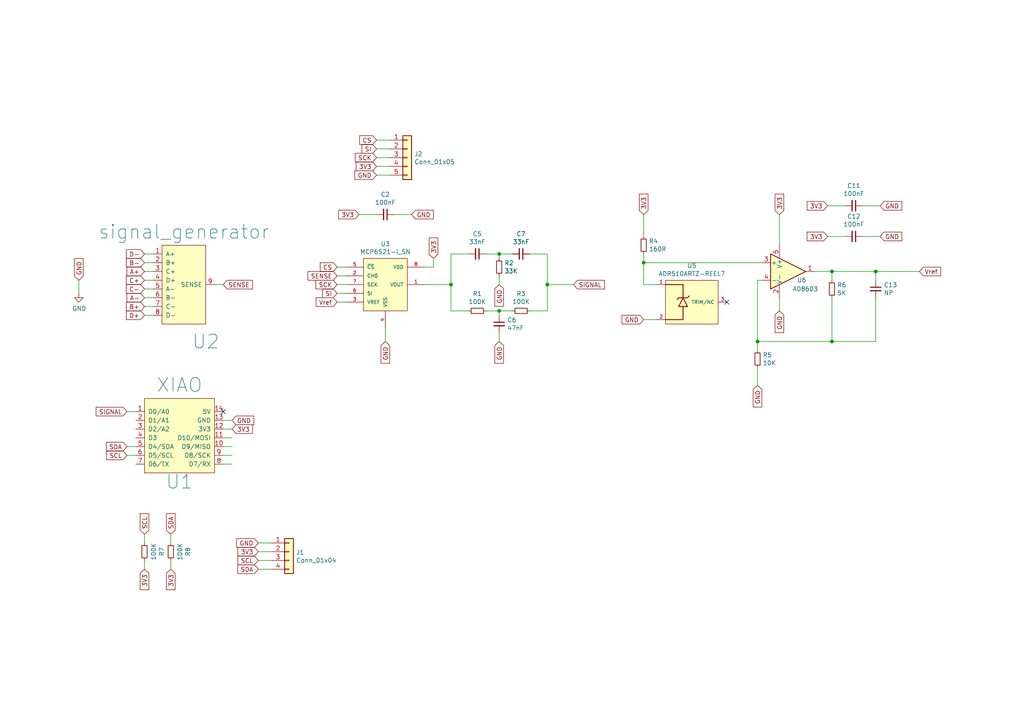
<source format=kicad_sch>
(kicad_sch (version 20250114) (generator "eeschema") (generator_version "9.0")
  (paper "A4")
  (lib_symbols
    (symbol "00_CAL:ADR510ARTZ-REEL7" (pin_names (offset 1.016))
      (property "Reference" "U" (at 6.35 7.112 0))
      (property "Value" "ADR510ARTZ-REEL7" (at -10.16 -8.89 0))
      (symbol "ADR510ARTZ-REEL7_0_0"
        (rectangle (start -7.62 6.35) (end 7.62 -6.35) (stroke (width 0.1524)) (fill (type background)))
        (polyline (pts (xy -3.81 1.27) (xy -4.318 0.762)) (stroke (width 0.254)))
        (polyline (pts (xy -3.81 1.27) (xy -2.54 1.27)) (stroke (width 0.254)))
        (polyline (pts (xy -3.81 -1.27) (xy -2.54 -1.27)) (stroke (width 0.254)))
        (polyline (pts (xy -2.54 5.08) (xy -7.62 5.08)) (stroke (width 0.254)))
        (polyline (pts (xy -2.54 1.27) (xy -3.81 -1.27)) (stroke (width 0.254)))
        (polyline (pts (xy -2.54 1.27) (xy -2.54 5.08)) (stroke (width 0.254)))
        (polyline (pts (xy -2.54 1.27) (xy -1.27 1.27)) (stroke (width 0.254)))
        (polyline (pts (xy -2.54 -1.27) (xy -2.54 -5.08)) (stroke (width 0.254)))
        (polyline (pts (xy -2.54 -1.27) (xy -1.27 -1.27)) (stroke (width 0.254)))
        (polyline (pts (xy -2.54 -5.08) (xy -7.62 -5.08)) (stroke (width 0.254)))
        (polyline (pts (xy -1.27 1.27) (xy -0.762 1.778)) (stroke (width 0.254)))
        (polyline (pts (xy -1.27 -1.27) (xy -2.54 1.27)) (stroke (width 0.254)))
        (pin passive line (at -10.16 5.08 0) (length 2.54) (name "~") (number "1"))
        (pin passive line (at -10.16 -5.08 0) (length 2.54) (name "~") (number "2"))
        (pin passive line (at 10.16 0 180) (length 2.54) (name "TRIM/NC") (number "3"))
      )
    )
    (symbol "00_CAL:MCP6S21-I_SN" (pin_names (offset 1.016))
      (property "Reference" "U" (at 5.08 -10.4394 0))
      (property "Value" "MCP6S21-I_SN" (at -7.62 8.89 0))
      (symbol "MCP6S21-I_SN_0_0"
        (pin input line (at -11.43 5.08 0) (length 5.08) (name "~{CS}") (number "5"))
        (pin input line (at -11.43 2.54 0) (length 5.08) (name "CH0") (number "2"))
        (pin input line (at -11.43 0 0) (length 5.08) (name "SCK") (number "7"))
        (pin input line (at -11.43 -2.54 0) (length 5.08) (name "SI") (number "6"))
        (pin input line (at -11.43 -5.08 0) (length 5.08) (name "VREF") (number "3"))
        (pin power_in line (at 0 -12.7 90) (length 5.08) (name "VSS") (number "4"))
        (pin power_in line (at 11.43 5.08 180) (length 5.08) (name "VDD") (number "8"))
        (pin output line (at 11.43 0 180) (length 5.08) (name "VOUT") (number "1"))
      )
      (symbol "MCP6S21-I_SN_1_1"
        (rectangle (start -6.35 7.62) (end 6.35 -7.62) (fill (type background)))
      )
    )
    (symbol "00_CAL:XIAO" (pin_names (offset 1.016))
      (property "Reference" "U" (at 8.89 -13.97 0))
      (property "Value" "XIAO" (at 0 13.97 0))
      (symbol "XIAO_0_1"
        (rectangle (start -10.16 11.43) (end 10.16 -10.16) (fill (type background)))
      )
      (symbol "XIAO_1_1"
        (pin input line (at -12.7 7.62 0) (length 2.54) (name "D0/A0") (number "1"))
        (pin input line (at -12.7 5.08 0) (length 2.54) (name "D1/A1") (number "2"))
        (pin input line (at -12.7 2.54 0) (length 2.54) (name "D2/A2") (number "3"))
        (pin input line (at -12.7 0 0) (length 2.54) (name "D3") (number "4"))
        (pin input line (at -12.7 -2.54 0) (length 2.54) (name "D4/SDA") (number "5"))
        (pin input line (at -12.7 -5.08 0) (length 2.54) (name "D5/SCL") (number "6"))
        (pin input line (at -12.7 -7.62 0) (length 2.54) (name "D6/TX") (number "7"))
        (pin input line (at 12.7 7.62 180) (length 2.54) (name "5V") (number "14"))
        (pin input line (at 12.7 5.08 180) (length 2.54) (name "GND") (number "13"))
        (pin input line (at 12.7 2.54 180) (length 2.54) (name "3V3") (number "12"))
        (pin input line (at 12.7 0 180) (length 2.54) (name "D10/MOSI") (number "11"))
        (pin input line (at 12.7 -2.54 180) (length 2.54) (name "D9/MISO") (number "10"))
        (pin input line (at 12.7 -5.08 180) (length 2.54) (name "D8/SCK") (number "9"))
        (pin input line (at 12.7 -7.62 180) (length 2.54) (name "D7/RX") (number "8"))
      )
    )
    (symbol "00_CAL:signal_generator" (pin_names (offset 1.016))
      (property "Reference" "U" (at 5.08 -15.24 0))
      (property "Value" "signal_generator" (at 1.27 15.24 0))
      (symbol "signal_generator_0_1"
        (rectangle (start -6.35 11.43) (end 6.35 -11.43) (fill (type background)))
      )
      (symbol "signal_generator_1_1"
        (pin input line (at -8.89 8.89 0) (length 2.54) (name "A+") (number "1"))
        (pin input line (at -8.89 6.35 0) (length 2.54) (name "B+") (number "2"))
        (pin input line (at -8.89 3.81 0) (length 2.54) (name "C+") (number "3"))
        (pin input line (at -8.89 1.27 0) (length 2.54) (name "D+") (number "4"))
        (pin input line (at -8.89 -1.27 0) (length 2.54) (name "A-") (number "5"))
        (pin input line (at -8.89 -3.81 0) (length 2.54) (name "B-") (number "6"))
        (pin input line (at -8.89 -6.35 0) (length 2.54) (name "C-") (number "7"))
        (pin input line (at -8.89 -8.89 0) (length 2.54) (name "D-") (number "8"))
        (pin input line (at 8.89 0 180) (length 2.54) (name "SENSE") (number "9"))
      )
    )
    (symbol "Amplifier_Operational:AD8603" (pin_names (offset 0.127))
      (property "Reference" "U" (at 0 5.08 0))
      (property "Value" "AD8603" (at 0 -5.08 0))
      (symbol "AD8603_0_1"
        (polyline (pts (xy -5.08 5.08) (xy 5.08 0) (xy -5.08 -5.08) (xy -5.08 5.08)) (stroke (width 0.254)) (fill (type background)))
        (pin power_in line (at -2.54 7.62 270) (length 3.81) (name "V+") (number "5"))
        (pin power_in line (at -2.54 -7.62 90) (length 3.81) (name "V-") (number "2"))
      )
      (symbol "AD8603_1_1"
        (pin input line (at -7.62 2.54 0) (length 2.54) (name "+") (number "3"))
        (pin input line (at -7.62 -2.54 0) (length 2.54) (name "-") (number "4"))
        (pin output line (at 7.62 0 180) (length 2.54) (name "~") (number "1"))
      )
    )
    (symbol "Connector_Generic:Conn_01x04" (pin_names (offset 1.016) (hide yes))
      (property "Reference" "J" (at 0 5.08 0))
      (property "Value" "Conn_01x04" (at 0 -7.62 0))
      (symbol "Conn_01x04_1_1"
        (rectangle (start -1.27 3.81) (end 1.27 -6.35) (stroke (width 0.254)) (fill (type background)))
        (rectangle (start -1.27 2.667) (end 0 2.413) (stroke (width 0.1524)))
        (rectangle (start -1.27 0.127) (end 0 -0.127) (stroke (width 0.1524)))
        (rectangle (start -1.27 -2.413) (end 0 -2.667) (stroke (width 0.1524)))
        (rectangle (start -1.27 -4.953) (end 0 -5.207) (stroke (width 0.1524)))
        (pin passive line (at -5.08 2.54 0) (length 3.81) (name "Pin_1") (number "1"))
        (pin passive line (at -5.08 0 0) (length 3.81) (name "Pin_2") (number "2"))
        (pin passive line (at -5.08 -2.54 0) (length 3.81) (name "Pin_3") (number "3"))
        (pin passive line (at -5.08 -5.08 0) (length 3.81) (name "Pin_4") (number "4"))
      )
    )
    (symbol "Connector_Generic:Conn_01x05" (pin_names (offset 1.016) (hide yes))
      (property "Reference" "J" (at 0 7.62 0))
      (property "Value" "Conn_01x05" (at 0 -7.62 0))
      (symbol "Conn_01x05_1_1"
        (rectangle (start -1.27 6.35) (end 1.27 -6.35) (stroke (width 0.254)) (fill (type background)))
        (rectangle (start -1.27 5.207) (end 0 4.953) (stroke (width 0.1524)))
        (rectangle (start -1.27 2.667) (end 0 2.413) (stroke (width 0.1524)))
        (rectangle (start -1.27 0.127) (end 0 -0.127) (stroke (width 0.1524)))
        (rectangle (start -1.27 -2.413) (end 0 -2.667) (stroke (width 0.1524)))
        (rectangle (start -1.27 -4.953) (end 0 -5.207) (stroke (width 0.1524)))
        (pin passive line (at -5.08 5.08 0) (length 3.81) (name "Pin_1") (number "1"))
        (pin passive line (at -5.08 2.54 0) (length 3.81) (name "Pin_2") (number "2"))
        (pin passive line (at -5.08 0 0) (length 3.81) (name "Pin_3") (number "3"))
        (pin passive line (at -5.08 -2.54 0) (length 3.81) (name "Pin_4") (number "4"))
        (pin passive line (at -5.08 -5.08 0) (length 3.81) (name "Pin_5") (number "5"))
      )
    )
    (symbol "Device:C_Small" (pin_numbers (hide yes)) (pin_names (offset 0.254) (hide yes))
      (property "Reference" "C" (at 0.254 1.778 0))
      (property "Value" "C_Small" (at 0.254 -2.032 0))
      (symbol "C_Small_0_1"
        (polyline (pts (xy -1.524 0.508) (xy 1.524 0.508)) (stroke (width 0.3048)))
        (polyline (pts (xy -1.524 -0.508) (xy 1.524 -0.508)) (stroke (width 0.3302)))
      )
      (symbol "C_Small_1_1"
        (pin passive line (at 0 2.54 270) (length 2.032) (name "~") (number "1"))
        (pin passive line (at 0 -2.54 90) (length 2.032) (name "~") (number "2"))
      )
    )
    (symbol "Device:R_Small" (pin_numbers (hide yes)) (pin_names (offset 0.254) (hide yes))
      (property "Reference" "R" (at 0.762 0.508 0))
      (property "Value" "R_Small" (at 0.762 -1.016 0))
      (symbol "R_Small_0_1"
        (rectangle (start -0.762 1.778) (end 0.762 -1.778) (stroke (width 0.2032)))
      )
      (symbol "R_Small_1_1"
        (pin passive line (at 0 2.54 270) (length 0.762) (name "~") (number "1"))
        (pin passive line (at 0 -2.54 90) (length 0.762) (name "~") (number "2"))
      )
    )
    (symbol "Hardware V2-rescue:GND-power" (power) (pin_names (offset 0))
      (property "Value" "power_GND" (at 0 -3.81 0))
      (symbol "GND-power_0_1"
        (polyline (pts (xy 0 0) (xy 0 -1.27) (xy 1.27 -1.27) (xy 0 -2.54) (xy -1.27 -1.27) (xy 0 -1.27)))
      )
      (symbol "GND-power_1_1"
        (pin power_in line (at 0 0 270) (length 0) (hide yes) (name "GND") (number "1"))
      )
    )
  )
  (junction (at 241.3 78.74))
  (junction (at 144.78 73.66))
  (junction (at 158.75 82.55))
  (junction (at 144.78 90.17))
  (junction (at 130.81 82.55))
  (junction (at 254 78.74))
  (junction (at 219.71 99.06))
  (junction (at 241.3 99.06))
  (junction (at 186.69 76.2))
  (no_connect (at 210.82 87.63))
  (no_connect (at 64.77 119.38))
  (wire (pts (xy 144.78 99.06) (xy 144.78 96.52)))
  (wire (pts (xy 254 78.74) (xy 266.7 78.74)))
  (wire (pts (xy 240.03 68.58) (xy 245.11 68.58)))
  (wire (pts (xy 41.91 73.66) (xy 44.45 73.66)))
  (wire (pts (xy 109.22 50.8) (xy 113.03 50.8)))
  (wire (pts (xy 41.91 76.2) (xy 44.45 76.2)))
  (wire (pts (xy 41.91 78.74) (xy 44.45 78.74)))
  (wire (pts (xy 186.69 68.58) (xy 186.69 62.23)))
  (wire (pts (xy 64.77 129.54) (xy 67.31 129.54)))
  (wire (pts (xy 241.3 99.06) (xy 254 99.06)))
  (wire (pts (xy 241.3 81.28) (xy 241.3 78.74)))
  (wire (pts (xy 36.83 129.54) (xy 39.37 129.54)))
  (wire (pts (xy 97.79 85.09) (xy 100.33 85.09)))
  (wire (pts (xy 41.91 165.1) (xy 41.91 162.56)))
  (wire (pts (xy 109.22 45.72) (xy 113.03 45.72)))
  (wire (pts (xy 41.91 83.82) (xy 44.45 83.82)))
  (wire (pts (xy 140.97 73.66) (xy 144.78 73.66)))
  (wire (pts (xy 109.22 48.26) (xy 113.03 48.26)))
  (wire (pts (xy 36.83 132.08) (xy 39.37 132.08)))
  (wire (pts (xy 36.83 119.38) (xy 39.37 119.38)))
  (wire (pts (xy 125.73 74.93) (xy 125.73 77.47)))
  (wire (pts (xy 144.78 82.55) (xy 144.78 80.01)))
  (wire (pts (xy 41.91 91.44) (xy 44.45 91.44)))
  (wire (pts (xy 97.79 87.63) (xy 100.33 87.63)))
  (wire (pts (xy 219.71 106.68) (xy 219.71 111.76)))
  (wire (pts (xy 144.78 91.44) (xy 144.78 90.17)))
  (wire (pts (xy 250.19 59.69) (xy 255.27 59.69)))
  (wire (pts (xy 140.97 90.17) (xy 144.78 90.17)))
  (wire (pts (xy 254 99.06) (xy 254 86.36)))
  (wire (pts (xy 64.77 132.08) (xy 67.31 132.08)))
  (wire (pts (xy 74.93 160.02) (xy 78.74 160.02)))
  (wire (pts (xy 64.77 134.62) (xy 67.31 134.62)))
  (wire (pts (xy 190.5 82.55) (xy 186.69 82.55)))
  (wire (pts (xy 74.93 157.48) (xy 78.74 157.48)))
  (wire (pts (xy 186.69 76.2) (xy 186.69 73.66)))
  (wire (pts (xy 130.81 90.17) (xy 130.81 82.55)))
  (wire (pts (xy 62.23 82.55) (xy 64.77 82.55)))
  (wire (pts (xy 144.78 74.93) (xy 144.78 73.66)))
  (wire (pts (xy 41.91 86.36) (xy 44.45 86.36)))
  (wire (pts (xy 153.67 73.66) (xy 158.75 73.66)))
  (wire (pts (xy 254 81.28) (xy 254 78.74)))
  (wire (pts (xy 130.81 82.55) (xy 123.19 82.55)))
  (wire (pts (xy 114.3 62.23) (xy 119.38 62.23)))
  (wire (pts (xy 186.69 92.71) (xy 190.5 92.71)))
  (wire (pts (xy 250.19 68.58) (xy 255.27 68.58)))
  (wire (pts (xy 109.22 43.18) (xy 113.03 43.18)))
  (wire (pts (xy 64.77 127) (xy 67.31 127)))
  (wire (pts (xy 125.73 77.47) (xy 123.19 77.47)))
  (wire (pts (xy 135.89 90.17) (xy 130.81 90.17)))
  (wire (pts (xy 144.78 73.66) (xy 148.59 73.66)))
  (wire (pts (xy 240.03 59.69) (xy 245.11 59.69)))
  (wire (pts (xy 49.53 165.1) (xy 49.53 162.56)))
  (wire (pts (xy 41.91 81.28) (xy 44.45 81.28)))
  (wire (pts (xy 219.71 99.06) (xy 219.71 101.6)))
  (wire (pts (xy 41.91 88.9) (xy 44.45 88.9)))
  (wire (pts (xy 74.93 165.1) (xy 78.74 165.1)))
  (wire (pts (xy 109.22 40.64) (xy 113.03 40.64)))
  (wire (pts (xy 241.3 86.36) (xy 241.3 99.06)))
  (wire (pts (xy 41.91 154.94) (xy 41.91 157.48)))
  (wire (pts (xy 49.53 154.94) (xy 49.53 157.48)))
  (wire (pts (xy 219.71 81.28) (xy 219.71 99.06)))
  (wire (pts (xy 226.06 90.17) (xy 226.06 86.36)))
  (wire (pts (xy 74.93 162.56) (xy 78.74 162.56)))
  (wire (pts (xy 241.3 78.74) (xy 254 78.74)))
  (wire (pts (xy 130.81 73.66) (xy 135.89 73.66)))
  (wire (pts (xy 158.75 73.66) (xy 158.75 82.55)))
  (wire (pts (xy 186.69 76.2) (xy 220.98 76.2)))
  (wire (pts (xy 97.79 80.01) (xy 100.33 80.01)))
  (wire (pts (xy 226.06 62.23) (xy 226.06 71.12)))
  (wire (pts (xy 64.77 124.46) (xy 67.31 124.46)))
  (wire (pts (xy 97.79 77.47) (xy 100.33 77.47)))
  (wire (pts (xy 67.31 121.92) (xy 64.77 121.92)))
  (wire (pts (xy 130.81 82.55) (xy 130.81 73.66)))
  (wire (pts (xy 236.22 78.74) (xy 241.3 78.74)))
  (wire (pts (xy 144.78 90.17) (xy 148.59 90.17)))
  (wire (pts (xy 22.86 85.09) (xy 22.86 81.28)))
  (wire (pts (xy 104.14 62.23) (xy 109.22 62.23)))
  (wire (pts (xy 220.98 81.28) (xy 219.71 81.28)))
  (wire (pts (xy 186.69 82.55) (xy 186.69 76.2)))
  (wire (pts (xy 158.75 82.55) (xy 158.75 90.17)))
  (wire (pts (xy 97.79 82.55) (xy 100.33 82.55)))
  (wire (pts (xy 158.75 82.55) (xy 166.37 82.55)))
  (wire (pts (xy 219.71 99.06) (xy 241.3 99.06)))
  (wire (pts (xy 111.76 99.06) (xy 111.76 95.25)))
  (wire (pts (xy 158.75 90.17) (xy 153.67 90.17)))
  (global_label "GND" (shape input) (at 219.71 111.76 270) (property "Intersheetrefs" "${INTERSHEET_REFS}" (effects (hide yes))))
  (global_label "D+" (shape input) (at 41.91 91.44 180) (property "Intersheetrefs" "${INTERSHEET_REFS}" (effects (hide yes))))
  (global_label "SIGNAL" (shape input) (at 36.83 119.38 180) (property "Intersheetrefs" "${INTERSHEET_REFS}" (effects (hide yes))))
  (global_label "CS" (shape input) (at 109.22 40.64 180) (property "Intersheetrefs" "${INTERSHEET_REFS}" (effects (hide yes))))
  (global_label "Vref" (shape input) (at 97.79 87.63 180) (property "Intersheetrefs" "${INTERSHEET_REFS}" (effects (hide yes))))
  (global_label "B-" (shape input) (at 41.91 76.2 180) (property "Intersheetrefs" "${INTERSHEET_REFS}" (effects (hide yes))))
  (global_label "SENSE" (shape input) (at 97.79 80.01 180) (property "Intersheetrefs" "${INTERSHEET_REFS}" (effects (hide yes))))
  (global_label "GND" (shape input) (at 109.22 50.8 180) (property "Intersheetrefs" "${INTERSHEET_REFS}" (effects (hide yes))))
  (global_label "3V3" (shape input) (at 74.93 160.02 180) (property "Intersheetrefs" "${INTERSHEET_REFS}" (effects (hide yes))))
  (global_label "SDA" (shape input) (at 74.93 165.1 180) (property "Intersheetrefs" "${INTERSHEET_REFS}" (effects (hide yes))))
  (global_label "GND" (shape input) (at 22.86 81.28 90) (property "Intersheetrefs" "${INTERSHEET_REFS}" (effects (hide yes))))
  (global_label "SDA" (shape input) (at 36.83 129.54 180) (property "Intersheetrefs" "${INTERSHEET_REFS}" (effects (hide yes))))
  (global_label "D-" (shape input) (at 41.91 73.66 180) (property "Intersheetrefs" "${INTERSHEET_REFS}" (effects (hide yes))))
  (global_label "GND" (shape input) (at 144.78 82.55 270) (property "Intersheetrefs" "${INTERSHEET_REFS}" (effects (hide yes))))
  (global_label "GND" (shape input) (at 119.38 62.23 0) (property "Intersheetrefs" "${INTERSHEET_REFS}" (effects (hide yes))))
  (global_label "GND" (shape input) (at 255.27 68.58 0) (property "Intersheetrefs" "${INTERSHEET_REFS}" (effects (hide yes))))
  (global_label "3V3" (shape input) (at 240.03 68.58 180) (property "Intersheetrefs" "${INTERSHEET_REFS}" (effects (hide yes))))
  (global_label "Vref" (shape input) (at 266.7 78.74 0) (property "Intersheetrefs" "${INTERSHEET_REFS}" (effects (hide yes))))
  (global_label "B+" (shape input) (at 41.91 88.9 180) (property "Intersheetrefs" "${INTERSHEET_REFS}" (effects (hide yes))))
  (global_label "SCL" (shape input) (at 36.83 132.08 180) (property "Intersheetrefs" "${INTERSHEET_REFS}" (effects (hide yes))))
  (global_label "SCK" (shape input) (at 97.79 82.55 180) (property "Intersheetrefs" "${INTERSHEET_REFS}" (effects (hide yes))))
  (global_label "3V3" (shape input) (at 41.91 165.1 270) (property "Intersheetrefs" "${INTERSHEET_REFS}" (effects (hide yes))))
  (global_label "3V3" (shape input) (at 67.31 124.46 0) (property "Intersheetrefs" "${INTERSHEET_REFS}" (effects (hide yes))))
  (global_label "GND" (shape input) (at 255.27 59.69 0) (property "Intersheetrefs" "${INTERSHEET_REFS}" (effects (hide yes))))
  (global_label "SI" (shape input) (at 109.22 43.18 180) (property "Intersheetrefs" "${INTERSHEET_REFS}" (effects (hide yes))))
  (global_label "SCL" (shape input) (at 74.93 162.56 180) (property "Intersheetrefs" "${INTERSHEET_REFS}" (effects (hide yes))))
  (global_label "SDA" (shape input) (at 49.53 154.94 90) (property "Intersheetrefs" "${INTERSHEET_REFS}" (effects (hide yes))))
  (global_label "SCL" (shape input) (at 41.91 154.94 90) (property "Intersheetrefs" "${INTERSHEET_REFS}" (effects (hide yes))))
  (global_label "3V3" (shape input) (at 240.03 59.69 180) (property "Intersheetrefs" "${INTERSHEET_REFS}" (effects (hide yes))))
  (global_label "GND" (shape input) (at 186.69 92.71 180) (property "Intersheetrefs" "${INTERSHEET_REFS}" (effects (hide yes))))
  (global_label "C+" (shape input) (at 41.91 81.28 180) (property "Intersheetrefs" "${INTERSHEET_REFS}" (effects (hide yes))))
  (global_label "GND" (shape input) (at 111.76 99.06 270) (property "Intersheetrefs" "${INTERSHEET_REFS}" (effects (hide yes))))
  (global_label "3V3" (shape input) (at 226.06 62.23 90) (property "Intersheetrefs" "${INTERSHEET_REFS}" (effects (hide yes))))
  (global_label "3V3" (shape input) (at 186.69 62.23 90) (property "Intersheetrefs" "${INTERSHEET_REFS}" (effects (hide yes))))
  (global_label "SIGNAL" (shape input) (at 166.37 82.55 0) (property "Intersheetrefs" "${INTERSHEET_REFS}" (effects (hide yes))))
  (global_label "3V3" (shape input) (at 104.14 62.23 180) (property "Intersheetrefs" "${INTERSHEET_REFS}" (effects (hide yes))))
  (global_label "C-" (shape input) (at 41.91 83.82 180) (property "Intersheetrefs" "${INTERSHEET_REFS}" (effects (hide yes))))
  (global_label "SI" (shape input) (at 97.79 85.09 180) (property "Intersheetrefs" "${INTERSHEET_REFS}" (effects (hide yes))))
  (global_label "SCK" (shape input) (at 109.22 45.72 180) (property "Intersheetrefs" "${INTERSHEET_REFS}" (effects (hide yes))))
  (global_label "GND" (shape input) (at 144.78 99.06 270) (property "Intersheetrefs" "${INTERSHEET_REFS}" (effects (hide yes))))
  (global_label "3V3" (shape input) (at 109.22 48.26 180) (property "Intersheetrefs" "${INTERSHEET_REFS}" (effects (hide yes))))
  (global_label "A-" (shape input) (at 41.91 86.36 180) (property "Intersheetrefs" "${INTERSHEET_REFS}" (effects (hide yes))))
  (global_label "GND" (shape input) (at 74.93 157.48 180) (property "Intersheetrefs" "${INTERSHEET_REFS}" (effects (hide yes))))
  (global_label "SENSE" (shape input) (at 64.77 82.55 0) (property "Intersheetrefs" "${INTERSHEET_REFS}" (effects (hide yes))))
  (global_label "A+" (shape input) (at 41.91 78.74 180) (property "Intersheetrefs" "${INTERSHEET_REFS}" (effects (hide yes))))
  (global_label "3V3" (shape input) (at 49.53 165.1 270) (property "Intersheetrefs" "${INTERSHEET_REFS}" (effects (hide yes))))
  (global_label "3V3" (shape input) (at 125.73 74.93 90) (property "Intersheetrefs" "${INTERSHEET_REFS}" (effects (hide yes))))
  (global_label "CS" (shape input) (at 97.79 77.47 180) (property "Intersheetrefs" "${INTERSHEET_REFS}" (effects (hide yes))))
  (global_label "GND" (shape input) (at 67.31 121.92 0) (property "Intersheetrefs" "${INTERSHEET_REFS}" (effects (hide yes))))
  (global_label "GND" (shape input) (at 226.06 90.17 270) (property "Intersheetrefs" "${INTERSHEET_REFS}" (effects (hide yes))))
  (symbol (lib_id "00_CAL:signal_generator") (at 53.34 82.55 0) (unit 1)
    (property "Reference" "U2" (at 59.69 99.06 0) (effects (font (size 3.9878 3.9878))))
    (property "Value" "signal_generator" (at 53.34 67.2084 0) (effects (font (size 3.9878 3.9878))))
    (property "Footprint" "00_CAL:excitation_electrodes" (effects (hide yes)))
  )
  (symbol (lib_id "00_CAL:XIAO") (at 52.07 127 0) (unit 1)
    (property "Reference" "U1" (at 52.07 139.7 0) (effects (font (size 3.9878 3.9878))))
    (property "Value" "XIAO" (at 52.07 111.6584 0) (effects (font (size 3.9878 3.9878))))
    (property "Footprint" "00_CAL:Mod" (effects (hide yes)))
  )
  (symbol (lib_id "Hardware V2-rescue:GND-power") (at 22.86 85.09 0) (unit 1)
    (property "Reference" "#PWR0101" (effects (hide yes)))
    (property "Value" "GND" (at 22.987 89.4842 0))
  )
  (symbol (lib_id "00_CAL:MCP6S21-I_SN") (at 111.76 82.55 0) (unit 1)
    (property "Reference" "U3" (at 111.76 70.739 0))
    (property "Value" "MCP6S21-I_SN" (at 111.76 73.0504 0))
    (property "Footprint" "00_CAL:SOIC127P600X175-8N" (effects (hide yes)))
  )
  (symbol (lib_id "Amplifier_Operational:AD8603") (at 228.6 78.74 0) (unit 1)
    (property "Reference" "U6" (at 231.14 81.28 0) (effects (justify left)))
    (property "Value" "AD8603" (at 229.87 83.82 0) (effects (justify left)))
    (property "Footprint" "Package_TO_SOT_SMD:TSOT-23-5" (effects (hide yes)))
    (property "Datasheet" "https://www.analog.com/media/en/technical-documentation/data-sheets/AD8603_8607_8609.pdf" (effects (hide yes)))
  )
  (symbol (lib_id "00_CAL:ADR510ARTZ-REEL7") (at 200.66 87.63 0) (unit 1)
    (property "Reference" "U5" (at 200.66 77.089 0))
    (property "Value" "ADR510ARTZ-REEL7" (at 200.66 79.4004 0))
    (property "Footprint" "00_CAL:SOT95P237X112-3N" (effects (hide yes)))
  )
  (symbol (lib_id "Device:R_Small") (at 186.69 71.12 0) (unit 1)
    (property "Reference" "R4" (at 188.1886 69.9516 0) (effects (justify left)))
    (property "Value" "160R" (at 188.1886 72.263 0) (effects (justify left)))
    (property "Footprint" "Resistor_SMD:R_0805_2012Metric" (effects (hide yes)))
  )
  (symbol (lib_id "Device:R_Small") (at 241.3 83.82 0) (unit 1)
    (property "Reference" "R6" (at 242.7986 82.6516 0) (effects (justify left)))
    (property "Value" "5K" (at 242.7986 84.963 0) (effects (justify left)))
    (property "Footprint" "Resistor_SMD:R_0805_2012Metric" (effects (hide yes)))
  )
  (symbol (lib_id "Device:C_Small") (at 254 83.82 0) (unit 1)
    (property "Reference" "C13" (at 256.3368 82.6516 0) (effects (justify left)))
    (property "Value" "NP" (at 256.3368 84.963 0) (effects (justify left)))
    (property "Footprint" "Capacitor_SMD:C_0805_2012Metric" (effects (hide yes)))
  )
  (symbol (lib_id "Device:R_Small") (at 219.71 104.14 0) (unit 1)
    (property "Reference" "R5" (at 221.2086 102.9716 0) (effects (justify left)))
    (property "Value" "10K" (at 221.2086 105.283 0) (effects (justify left)))
    (property "Footprint" "Resistor_SMD:R_0805_2012Metric" (effects (hide yes)))
  )
  (symbol (lib_id "Device:C_Small") (at 247.65 59.69 270) (unit 1)
    (property "Reference" "C11" (at 247.65 53.8734 90))
    (property "Value" "100nF" (at 247.65 56.1848 90))
    (property "Footprint" "Capacitor_SMD:C_0805_2012Metric" (effects (hide yes)))
  )
  (symbol (lib_id "Device:C_Small") (at 247.65 68.58 270) (unit 1)
    (property "Reference" "C12" (at 247.65 62.7634 90))
    (property "Value" "100nF" (at 247.65 65.0748 90))
    (property "Footprint" "Capacitor_SMD:C_0805_2012Metric" (effects (hide yes)))
  )
  (symbol (lib_id "Device:R_Small") (at 144.78 77.47 0) (unit 1)
    (property "Reference" "R2" (at 146.2786 76.3016 0) (effects (justify left)))
    (property "Value" "33K" (at 146.2786 78.613 0) (effects (justify left)))
    (property "Footprint" "Resistor_SMD:R_0805_2012Metric" (effects (hide yes)))
  )
  (symbol (lib_id "Device:R_Small") (at 138.43 90.17 270) (unit 1)
    (property "Reference" "R1" (at 138.43 85.1916 90))
    (property "Value" "100K" (at 138.43 87.503 90))
    (property "Footprint" "Resistor_SMD:R_0805_2012Metric" (effects (hide yes)))
  )
  (symbol (lib_id "Device:R_Small") (at 151.13 90.17 270) (unit 1)
    (property "Reference" "R3" (at 151.13 85.1916 90))
    (property "Value" "100K" (at 151.13 87.503 90))
    (property "Footprint" "Resistor_SMD:R_0805_2012Metric" (effects (hide yes)))
  )
  (symbol (lib_id "Device:C_Small") (at 144.78 93.98 0) (unit 1)
    (property "Reference" "C6" (at 147.1168 92.8116 0) (effects (justify left)))
    (property "Value" "47nF" (at 147.1168 95.123 0) (effects (justify left)))
    (property "Footprint" "Capacitor_SMD:C_0805_2012Metric" (effects (hide yes)))
  )
  (symbol (lib_id "Device:C_Small") (at 138.43 73.66 270) (unit 1)
    (property "Reference" "C5" (at 138.43 67.8434 90))
    (property "Value" "33nF" (at 138.43 70.1548 90))
    (property "Footprint" "Capacitor_SMD:C_0805_2012Metric" (effects (hide yes)))
  )
  (symbol (lib_id "Device:C_Small") (at 151.13 73.66 270) (unit 1)
    (property "Reference" "C7" (at 151.13 67.8434 90))
    (property "Value" "33nF" (at 151.13 70.1548 90))
    (property "Footprint" "00_CAL:Tpad" (effects (hide yes)))
  )
  (symbol (lib_id "Device:C_Small") (at 111.76 62.23 270) (unit 1)
    (property "Reference" "C2" (at 111.76 56.4134 90))
    (property "Value" "100nF" (at 111.76 58.7248 90))
    (property "Footprint" "Capacitor_SMD:C_0805_2012Metric" (effects (hide yes)))
  )
  (symbol (lib_id "Connector_Generic:Conn_01x04") (at 83.82 160.02 0) (unit 1)
    (property "Reference" "J1" (at 85.852 160.2232 0) (effects (justify left)))
    (property "Value" "Conn_01x04" (at 85.852 162.5346 0) (effects (justify left)))
    (property "Footprint" "Connector_PinHeader_2.54mm:PinHeader_1x04_P2.54mm_Vertical" (effects (hide yes)))
  )
  (symbol (lib_id "Connector_Generic:Conn_01x05") (at 118.11 45.72 0) (unit 1)
    (property "Reference" "J2" (at 120.142 44.6532 0) (effects (justify left)))
    (property "Value" "Conn_01x05" (at 120.142 46.9646 0) (effects (justify left)))
    (property "Footprint" "Connector_PinHeader_1.27mm:PinHeader_1x05_P1.27mm_Vertical" (effects (hide yes)))
  )
  (symbol (lib_id "Device:R_Small") (at 41.91 160.02 180) (unit 1)
    (property "Reference" "R7" (at 46.8884 160.02 90))
    (property "Value" "100K" (at 44.577 160.02 90))
    (property "Footprint" "Resistor_SMD:R_0805_2012Metric" (effects (hide yes)))
  )
  (symbol (lib_id "Device:R_Small") (at 49.53 160.02 180) (unit 1)
    (property "Reference" "R8" (at 54.5084 160.02 90))
    (property "Value" "100K" (at 52.197 160.02 90))
    (property "Footprint" "Resistor_SMD:R_0805_2012Metric" (effects (hide yes)))
  )
)
</source>
